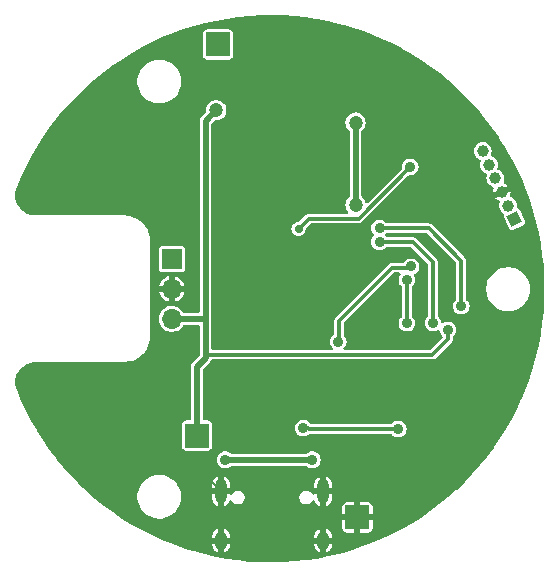
<source format=gbr>
%TF.GenerationSoftware,KiCad,Pcbnew,8.0.6*%
%TF.CreationDate,2024-12-26T12:17:47+03:00*%
%TF.ProjectId,Hall,48616c6c-2e6b-4696-9361-645f70636258,rev?*%
%TF.SameCoordinates,Original*%
%TF.FileFunction,Copper,L2,Bot*%
%TF.FilePolarity,Positive*%
%FSLAX46Y46*%
G04 Gerber Fmt 4.6, Leading zero omitted, Abs format (unit mm)*
G04 Created by KiCad (PCBNEW 8.0.6) date 2024-12-26 12:17:47*
%MOMM*%
%LPD*%
G01*
G04 APERTURE LIST*
G04 Aperture macros list*
%AMRoundRect*
0 Rectangle with rounded corners*
0 $1 Rounding radius*
0 $2 $3 $4 $5 $6 $7 $8 $9 X,Y pos of 4 corners*
0 Add a 4 corners polygon primitive as box body*
4,1,4,$2,$3,$4,$5,$6,$7,$8,$9,$2,$3,0*
0 Add four circle primitives for the rounded corners*
1,1,$1+$1,$2,$3*
1,1,$1+$1,$4,$5*
1,1,$1+$1,$6,$7*
1,1,$1+$1,$8,$9*
0 Add four rect primitives between the rounded corners*
20,1,$1+$1,$2,$3,$4,$5,0*
20,1,$1+$1,$4,$5,$6,$7,0*
20,1,$1+$1,$6,$7,$8,$9,0*
20,1,$1+$1,$8,$9,$2,$3,0*%
%AMHorizOval*
0 Thick line with rounded ends*
0 $1 width*
0 $2 $3 position (X,Y) of the first rounded end (center of the circle)*
0 $4 $5 position (X,Y) of the second rounded end (center of the circle)*
0 Add line between two ends*
20,1,$1,$2,$3,$4,$5,0*
0 Add two circle primitives to create the rounded ends*
1,1,$1,$2,$3*
1,1,$1,$4,$5*%
%AMRotRect*
0 Rectangle, with rotation*
0 The origin of the aperture is its center*
0 $1 length*
0 $2 width*
0 $3 Rotation angle, in degrees counterclockwise*
0 Add horizontal line*
21,1,$1,$2,0,0,$3*%
G04 Aperture macros list end*
%TA.AperFunction,ComponentPad*%
%ADD10O,1.000000X2.100000*%
%TD*%
%TA.AperFunction,ComponentPad*%
%ADD11O,1.000000X1.600000*%
%TD*%
%TA.AperFunction,ComponentPad*%
%ADD12R,1.700000X1.700000*%
%TD*%
%TA.AperFunction,ComponentPad*%
%ADD13O,1.700000X1.700000*%
%TD*%
%TA.AperFunction,ComponentPad*%
%ADD14RoundRect,0.250001X-0.799999X-0.799999X0.799999X-0.799999X0.799999X0.799999X-0.799999X0.799999X0*%
%TD*%
%TA.AperFunction,ComponentPad*%
%ADD15RotRect,1.000000X1.000000X25.000000*%
%TD*%
%TA.AperFunction,ComponentPad*%
%ADD16HorizOval,1.000000X0.000000X0.000000X0.000000X0.000000X0*%
%TD*%
%TA.AperFunction,ViaPad*%
%ADD17C,0.900000*%
%TD*%
%TA.AperFunction,ViaPad*%
%ADD18C,0.700000*%
%TD*%
%TA.AperFunction,ViaPad*%
%ADD19C,1.200000*%
%TD*%
%TA.AperFunction,Conductor*%
%ADD20C,0.500000*%
%TD*%
%TA.AperFunction,Conductor*%
%ADD21C,0.300000*%
%TD*%
%TA.AperFunction,Conductor*%
%ADD22C,0.200000*%
%TD*%
G04 APERTURE END LIST*
D10*
%TO.P,J6,S1,SHIELD*%
%TO.N,GND*%
X65680000Y-66165000D03*
D11*
X65680000Y-70345000D03*
D10*
X74320000Y-66165000D03*
D11*
X74320000Y-70345000D03*
%TD*%
D12*
%TO.P,J3,1,Pin_1*%
%TO.N,/ADCin*%
X61500000Y-46500000D03*
D13*
%TO.P,J3,2,Pin_2*%
%TO.N,GND*%
X61500000Y-49040000D03*
%TO.P,J3,3,Pin_3*%
%TO.N,/VBUS*%
X61500000Y-51580000D03*
%TD*%
D14*
%TO.P,J4,1,Pin_1*%
%TO.N,GND*%
X77216000Y-68376800D03*
%TD*%
%TO.P,J5,1,Pin_1*%
%TO.N,+3V3*%
X65405000Y-28321000D03*
%TD*%
%TO.P,J2,1,Pin_1*%
%TO.N,/VBUS*%
X63627000Y-61468000D03*
%TD*%
D15*
%TO.P,J1,1,Pin_1*%
%TO.N,/SWCLK*%
X90510175Y-43127834D03*
D16*
%TO.P,J1,2,Pin_2*%
%TO.N,/SWDIO*%
X89973450Y-41976823D03*
%TO.P,J1,3,Pin_3*%
%TO.N,GND*%
X89436725Y-40825812D03*
%TO.P,J1,4,Pin_4*%
%TO.N,+3V3*%
X88900000Y-39674800D03*
%TO.P,J1,5,Pin_5*%
%TO.N,/BOOT0*%
X88363274Y-38523790D03*
%TO.P,J1,6,Pin_6*%
%TO.N,/NRST*%
X87826549Y-37372780D03*
%TD*%
D17*
%TO.N,GND*%
X69850000Y-27051000D03*
X64516000Y-31877000D03*
X56261000Y-60198000D03*
X73152000Y-53467000D03*
D18*
X71374000Y-45212000D03*
D17*
X88011000Y-43561000D03*
X82753200Y-48006000D03*
%TO.N,/SWDIO*%
X81768414Y-47136586D03*
%TO.N,GND*%
X56134000Y-37211000D03*
X86461600Y-35814000D03*
X84328000Y-32969200D03*
X82346800Y-66548000D03*
X86360000Y-40843200D03*
X82448400Y-40843200D03*
X76962000Y-53797200D03*
X73964800Y-58775600D03*
X61671200Y-55168800D03*
X66598800Y-55626000D03*
X77927200Y-65582800D03*
X66598800Y-53695600D03*
X82194400Y-60604400D03*
%TO.N,/VBUS*%
X66040000Y-63500000D03*
X84886800Y-52500000D03*
X73406000Y-63500000D03*
D19*
X65278000Y-33909000D03*
%TO.N,+3V3*%
X77063600Y-41910000D03*
X77063600Y-34950400D03*
D17*
%TO.N,/CANH*%
X80670400Y-60909200D03*
X72644000Y-60833000D03*
D18*
%TO.N,/NRST*%
X72237600Y-43942000D03*
D17*
X81686400Y-38709600D03*
%TO.N,/SWDIO*%
X75590400Y-53492400D03*
%TO.N,/USB_PU*%
X81407000Y-48262800D03*
X81407000Y-51943000D03*
%TO.N,/CANTX*%
X86004400Y-50500000D03*
X79095600Y-43891200D03*
%TO.N,/CANRX*%
X79095600Y-45059600D03*
X83616800Y-51917600D03*
%TO.N,GND*%
X78232000Y-47244000D03*
%TD*%
D20*
%TO.N,GND*%
X71755000Y-28956000D02*
X69850000Y-27051000D01*
X71755000Y-31877000D02*
X71755000Y-28956000D01*
D21*
X64516000Y-31877000D02*
X71755000Y-31877000D01*
X71755000Y-31877000D02*
X83235800Y-31877000D01*
X83235800Y-31877000D02*
X84328000Y-32969200D01*
D20*
%TO.N,/VBUS*%
X64363600Y-54610000D02*
X64363600Y-54889400D01*
X64363600Y-54889400D02*
X63627000Y-55626000D01*
X63627000Y-55626000D02*
X63627000Y-61468000D01*
D22*
%TO.N,GND*%
X56261000Y-60198000D02*
X56769000Y-60198000D01*
X56769000Y-60198000D02*
X61671200Y-55295800D01*
X61671200Y-55295800D02*
X61671200Y-55168800D01*
X73152000Y-53467000D02*
X66827400Y-53467000D01*
X66827400Y-53467000D02*
X66598800Y-53695600D01*
D21*
X73406000Y-47244000D02*
X71374000Y-45212000D01*
X78232000Y-47244000D02*
X73406000Y-47244000D01*
X86360000Y-41910000D02*
X88011000Y-43561000D01*
X86360000Y-40843200D02*
X86360000Y-41910000D01*
X82753200Y-46990000D02*
X82753200Y-48006000D01*
X82753200Y-48006000D02*
X82753200Y-52755800D01*
%TO.N,/SWDIO*%
X81661000Y-47244000D02*
X81768414Y-47136586D01*
X80162400Y-47244000D02*
X81661000Y-47244000D01*
%TO.N,/USB_PU*%
X81407000Y-51943000D02*
X81407000Y-48262800D01*
%TO.N,GND*%
X56134000Y-37211000D02*
X60198000Y-37211000D01*
X60198000Y-37211000D02*
X63373000Y-40386000D01*
X63373000Y-40386000D02*
X63373000Y-48514000D01*
X62847000Y-49040000D02*
X61500000Y-49040000D01*
X63373000Y-48514000D02*
X62847000Y-49040000D01*
X82448400Y-40843200D02*
X80721200Y-40843200D01*
D22*
X61671200Y-61417200D02*
X61671200Y-55168800D01*
D21*
X77805225Y-46004425D02*
X78130400Y-46329600D01*
X82092800Y-46329600D02*
X82753200Y-46990000D01*
X86360000Y-40843200D02*
X82448400Y-40843200D01*
X80721200Y-40843200D02*
X77805225Y-43759175D01*
X77927200Y-65582800D02*
X78892400Y-66548000D01*
X73964800Y-58775600D02*
X66598800Y-58775600D01*
X84328000Y-33680400D02*
X86461600Y-35814000D01*
X81711800Y-53797200D02*
X76962000Y-53797200D01*
X73964800Y-58775600D02*
X80365600Y-58775600D01*
X78130400Y-46329600D02*
X82092800Y-46329600D01*
D22*
X65680000Y-66165000D02*
X61671200Y-62156200D01*
D21*
X82194400Y-60604400D02*
X82194400Y-66395600D01*
X82753200Y-52755800D02*
X81711800Y-53797200D01*
X77805225Y-43759175D02*
X77805225Y-46004425D01*
X84328000Y-32969200D02*
X84328000Y-33680400D01*
X82194400Y-66395600D02*
X82346800Y-66548000D01*
X80365600Y-58775600D02*
X82194400Y-60604400D01*
D22*
X61671200Y-62156200D02*
X61671200Y-61417200D01*
D21*
X66598800Y-58775600D02*
X66598800Y-55626000D01*
X78892400Y-66548000D02*
X82346800Y-66548000D01*
D20*
%TO.N,/VBUS*%
X64363600Y-34823400D02*
X65278000Y-33909000D01*
X64363600Y-51612800D02*
X64363600Y-34823400D01*
D21*
X83566000Y-54610000D02*
X64363600Y-54610000D01*
X84886800Y-52500000D02*
X84886800Y-53289200D01*
D20*
X67564000Y-63500000D02*
X66040000Y-63500000D01*
D21*
X84886800Y-53289200D02*
X83566000Y-54610000D01*
D20*
X73406000Y-63500000D02*
X67564000Y-63500000D01*
X64330800Y-51580000D02*
X64363600Y-51612800D01*
X64363600Y-54610000D02*
X64363600Y-51612800D01*
X61500000Y-51580000D02*
X64330800Y-51580000D01*
%TO.N,+3V3*%
X77063600Y-41910000D02*
X77063600Y-34950400D01*
D21*
%TO.N,/CANH*%
X73583800Y-60909200D02*
X80670400Y-60909200D01*
X72644000Y-60833000D02*
X73583800Y-60909200D01*
%TO.N,/NRST*%
X73098400Y-43081200D02*
X76911200Y-43081200D01*
X72237600Y-43942000D02*
X73098400Y-43081200D01*
X77314800Y-43081200D02*
X76911200Y-43081200D01*
X81686400Y-38709600D02*
X77314800Y-43081200D01*
%TO.N,/SWDIO*%
X75590400Y-53492400D02*
X75666600Y-53416200D01*
X75666600Y-53416200D02*
X75666600Y-51739800D01*
X75666600Y-51739800D02*
X80162400Y-47244000D01*
%TO.N,/CANTX*%
X86004400Y-46634400D02*
X83261200Y-43891200D01*
X83261200Y-43891200D02*
X79095600Y-43891200D01*
X86004400Y-50500000D02*
X86004400Y-46634400D01*
%TO.N,/CANRX*%
X83616800Y-51917600D02*
X83616800Y-46786800D01*
X83616800Y-46786800D02*
X81889600Y-45059600D01*
X81889600Y-45059600D02*
X79095600Y-45059600D01*
%TD*%
%TA.AperFunction,Conductor*%
%TO.N,GND*%
G36*
X70002302Y-25852463D02*
G01*
X70952003Y-25876790D01*
X70957062Y-25877023D01*
X71904957Y-25940463D01*
X71909986Y-25940904D01*
X72854472Y-26043350D01*
X72859518Y-26044003D01*
X73595864Y-26154737D01*
X73798926Y-26185274D01*
X73803963Y-26186138D01*
X74736753Y-26365998D01*
X74741752Y-26367069D01*
X75666318Y-26585209D01*
X75671244Y-26586478D01*
X76415841Y-26794892D01*
X76586090Y-26842545D01*
X76590977Y-26844022D01*
X77494461Y-27137559D01*
X77499273Y-27139233D01*
X78389939Y-27469766D01*
X78394627Y-27471617D01*
X79270901Y-27838564D01*
X79275529Y-27840615D01*
X80135972Y-28243374D01*
X80140491Y-28245604D01*
X80983581Y-28683464D01*
X80988050Y-28685903D01*
X81812357Y-29158117D01*
X81816731Y-29160744D01*
X81924427Y-29228481D01*
X82620860Y-29666512D01*
X82625129Y-29669321D01*
X83407743Y-30207801D01*
X83411893Y-30210784D01*
X84171665Y-30781064D01*
X84175688Y-30784216D01*
X84911282Y-31385291D01*
X84915172Y-31388605D01*
X85625414Y-32019518D01*
X85629164Y-32022991D01*
X86312760Y-32682591D01*
X86316364Y-32686214D01*
X86972256Y-33373480D01*
X86975671Y-33377209D01*
X87602678Y-34090911D01*
X87605948Y-34094792D01*
X88055544Y-34651214D01*
X88203002Y-34833709D01*
X88206129Y-34837746D01*
X88635615Y-35416536D01*
X88772222Y-35600631D01*
X88775178Y-35604792D01*
X89181023Y-36201630D01*
X89309356Y-36390356D01*
X89312133Y-36394627D01*
X89716277Y-37045082D01*
X89813482Y-37201530D01*
X89816089Y-37205925D01*
X90244430Y-37963257D01*
X90283767Y-38032806D01*
X90286191Y-38037306D01*
X90719382Y-38882728D01*
X90721619Y-38887323D01*
X91119627Y-39749920D01*
X91121672Y-39754604D01*
X91483788Y-40632849D01*
X91485638Y-40637613D01*
X91811250Y-41530011D01*
X91812903Y-41534847D01*
X92101481Y-42439954D01*
X92102932Y-42444854D01*
X92353955Y-43361029D01*
X92355204Y-43365985D01*
X92568269Y-44291766D01*
X92569312Y-44296769D01*
X92744042Y-45230505D01*
X92744879Y-45235547D01*
X92880992Y-46175749D01*
X92881619Y-46180820D01*
X92978868Y-47125757D01*
X92979287Y-47130851D01*
X93037519Y-48079052D01*
X93037727Y-48084159D01*
X93056836Y-49033943D01*
X93056833Y-49039053D01*
X93036790Y-49988795D01*
X93036577Y-49993901D01*
X92977416Y-50942016D01*
X92976993Y-50947110D01*
X92878811Y-51892004D01*
X92878178Y-51897075D01*
X92741147Y-52837096D01*
X92740306Y-52842137D01*
X92564654Y-53775723D01*
X92563606Y-53780725D01*
X92349631Y-54706296D01*
X92348377Y-54711251D01*
X92096446Y-55627209D01*
X92094989Y-55632107D01*
X91805538Y-56536879D01*
X91803881Y-56541714D01*
X91477383Y-57433820D01*
X91475528Y-57438582D01*
X91112556Y-58316450D01*
X91110507Y-58321132D01*
X90711652Y-59183337D01*
X90709411Y-59187930D01*
X90275373Y-60032956D01*
X90272944Y-60037453D01*
X89804471Y-60863845D01*
X89801860Y-60868238D01*
X89299720Y-61674644D01*
X89296930Y-61678926D01*
X88761973Y-62463977D01*
X88759008Y-62468140D01*
X88192181Y-63230449D01*
X88189048Y-63234486D01*
X87591281Y-63972800D01*
X87587984Y-63976705D01*
X86960302Y-64689758D01*
X86956847Y-64693524D01*
X86300300Y-65380125D01*
X86296692Y-65383745D01*
X85612448Y-66042674D01*
X85608695Y-66046143D01*
X84897832Y-66676357D01*
X84893939Y-66679667D01*
X84157744Y-67280029D01*
X84153717Y-67283177D01*
X83393408Y-67852692D01*
X83389256Y-67855671D01*
X82606101Y-68393390D01*
X82601829Y-68396195D01*
X81797205Y-68901171D01*
X81792821Y-68903798D01*
X80968058Y-69375198D01*
X80963569Y-69377642D01*
X80120099Y-69814648D01*
X80115514Y-69816905D01*
X79254739Y-70218788D01*
X79250065Y-70220854D01*
X78373466Y-70586925D01*
X78368710Y-70588797D01*
X77477782Y-70918433D01*
X77472953Y-70920108D01*
X76569156Y-71212763D01*
X76564263Y-71214236D01*
X75649222Y-71469389D01*
X75644272Y-71470660D01*
X74719474Y-71687895D01*
X74714475Y-71688961D01*
X73781513Y-71867903D01*
X73776475Y-71868762D01*
X72836944Y-72009106D01*
X72831876Y-72009757D01*
X71887330Y-72111272D01*
X71882238Y-72111713D01*
X70934335Y-72174218D01*
X70929229Y-72174449D01*
X69979565Y-72197840D01*
X69974455Y-72197861D01*
X69024608Y-72182101D01*
X69019501Y-72181911D01*
X68071104Y-72127023D01*
X68066009Y-72126622D01*
X67120737Y-72032707D01*
X67115662Y-72032098D01*
X66174983Y-71899300D01*
X66169939Y-71898481D01*
X65235578Y-71727042D01*
X65230571Y-71726016D01*
X64304068Y-71516221D01*
X64299108Y-71514990D01*
X63382035Y-71267196D01*
X63377143Y-71265766D01*
X62924156Y-71123096D01*
X62471018Y-70980378D01*
X62466177Y-70978742D01*
X61572645Y-70656283D01*
X61567874Y-70654450D01*
X60688337Y-70295424D01*
X60683646Y-70293395D01*
X59978671Y-69971126D01*
X64930000Y-69971126D01*
X64930000Y-70095000D01*
X65380000Y-70095000D01*
X65380000Y-70595000D01*
X64930000Y-70595000D01*
X64930000Y-70718873D01*
X64958820Y-70863759D01*
X64958822Y-70863767D01*
X65015357Y-71000254D01*
X65015362Y-71000264D01*
X65097436Y-71123096D01*
X65097439Y-71123100D01*
X65201899Y-71227560D01*
X65201907Y-71227566D01*
X65324739Y-71309640D01*
X65324743Y-71309642D01*
X65429999Y-71353240D01*
X65430000Y-71353240D01*
X65430000Y-70811988D01*
X65439940Y-70829205D01*
X65495795Y-70885060D01*
X65564204Y-70924556D01*
X65640504Y-70945000D01*
X65719496Y-70945000D01*
X65795796Y-70924556D01*
X65864205Y-70885060D01*
X65920060Y-70829205D01*
X65930000Y-70811988D01*
X65930000Y-71353240D01*
X66035256Y-71309642D01*
X66035260Y-71309640D01*
X66158092Y-71227566D01*
X66158100Y-71227560D01*
X66262560Y-71123100D01*
X66262563Y-71123096D01*
X66344637Y-71000264D01*
X66344642Y-71000254D01*
X66401177Y-70863767D01*
X66401179Y-70863759D01*
X66429999Y-70718873D01*
X66430000Y-70718871D01*
X66430000Y-70595000D01*
X65980000Y-70595000D01*
X65980000Y-70095000D01*
X66430000Y-70095000D01*
X66430000Y-69971128D01*
X66429999Y-69971126D01*
X73570000Y-69971126D01*
X73570000Y-70095000D01*
X74020000Y-70095000D01*
X74020000Y-70595000D01*
X73570000Y-70595000D01*
X73570000Y-70718873D01*
X73598820Y-70863759D01*
X73598822Y-70863767D01*
X73655357Y-71000254D01*
X73655362Y-71000264D01*
X73737436Y-71123096D01*
X73737439Y-71123100D01*
X73841899Y-71227560D01*
X73841907Y-71227566D01*
X73964739Y-71309640D01*
X73964743Y-71309642D01*
X74069999Y-71353240D01*
X74070000Y-71353240D01*
X74070000Y-70811988D01*
X74079940Y-70829205D01*
X74135795Y-70885060D01*
X74204204Y-70924556D01*
X74280504Y-70945000D01*
X74359496Y-70945000D01*
X74435796Y-70924556D01*
X74504205Y-70885060D01*
X74560060Y-70829205D01*
X74570000Y-70811988D01*
X74570000Y-71353240D01*
X74675256Y-71309642D01*
X74675260Y-71309640D01*
X74798092Y-71227566D01*
X74798100Y-71227560D01*
X74902560Y-71123100D01*
X74902563Y-71123096D01*
X74984637Y-71000264D01*
X74984642Y-71000254D01*
X75041177Y-70863767D01*
X75041179Y-70863759D01*
X75069999Y-70718873D01*
X75070000Y-70718871D01*
X75070000Y-70595000D01*
X74620000Y-70595000D01*
X74620000Y-70095000D01*
X75070000Y-70095000D01*
X75070000Y-69971128D01*
X75069999Y-69971126D01*
X75041179Y-69826240D01*
X75041177Y-69826232D01*
X74984642Y-69689745D01*
X74984637Y-69689735D01*
X74902563Y-69566903D01*
X74902560Y-69566899D01*
X74798100Y-69462439D01*
X74798096Y-69462436D01*
X74675264Y-69380362D01*
X74675254Y-69380357D01*
X74570000Y-69336759D01*
X74570000Y-69878011D01*
X74560060Y-69860795D01*
X74504205Y-69804940D01*
X74435796Y-69765444D01*
X74359496Y-69745000D01*
X74280504Y-69745000D01*
X74204204Y-69765444D01*
X74135795Y-69804940D01*
X74079940Y-69860795D01*
X74070000Y-69878011D01*
X74070000Y-69336759D01*
X74069999Y-69336759D01*
X73964745Y-69380357D01*
X73964735Y-69380362D01*
X73841903Y-69462436D01*
X73841899Y-69462439D01*
X73737439Y-69566899D01*
X73737436Y-69566903D01*
X73655362Y-69689735D01*
X73655357Y-69689745D01*
X73598822Y-69826232D01*
X73598820Y-69826240D01*
X73570000Y-69971126D01*
X66429999Y-69971126D01*
X66401179Y-69826240D01*
X66401177Y-69826232D01*
X66344642Y-69689745D01*
X66344637Y-69689735D01*
X66262563Y-69566903D01*
X66262560Y-69566899D01*
X66158100Y-69462439D01*
X66158096Y-69462436D01*
X66035264Y-69380362D01*
X66035254Y-69380357D01*
X65930000Y-69336759D01*
X65930000Y-69878011D01*
X65920060Y-69860795D01*
X65864205Y-69804940D01*
X65795796Y-69765444D01*
X65719496Y-69745000D01*
X65640504Y-69745000D01*
X65564204Y-69765444D01*
X65495795Y-69804940D01*
X65439940Y-69860795D01*
X65430000Y-69878011D01*
X65430000Y-69336759D01*
X65429999Y-69336759D01*
X65324745Y-69380357D01*
X65324735Y-69380362D01*
X65201903Y-69462436D01*
X65201899Y-69462439D01*
X65097439Y-69566899D01*
X65097436Y-69566903D01*
X65015362Y-69689735D01*
X65015357Y-69689745D01*
X64958822Y-69826232D01*
X64958820Y-69826240D01*
X64930000Y-69971126D01*
X59978671Y-69971126D01*
X59819681Y-69898446D01*
X59815078Y-69896226D01*
X58968113Y-69466007D01*
X58963605Y-69463599D01*
X58135083Y-68998842D01*
X58130678Y-68996250D01*
X57322016Y-68497751D01*
X57317722Y-68494980D01*
X56530294Y-67963586D01*
X56526118Y-67960641D01*
X55761253Y-67397251D01*
X55757201Y-67394136D01*
X55459743Y-67155515D01*
X55016178Y-66799687D01*
X55012265Y-66796413D01*
X54685666Y-66511520D01*
X58594419Y-66511520D01*
X58594419Y-66754097D01*
X58624472Y-66982381D01*
X58626081Y-66994598D01*
X58646352Y-67070251D01*
X58688866Y-67228913D01*
X58781692Y-67453014D01*
X58781696Y-67453023D01*
X58803893Y-67491470D01*
X58902983Y-67663098D01*
X58902985Y-67663101D01*
X58902986Y-67663102D01*
X59050652Y-67855545D01*
X59050658Y-67855552D01*
X59222175Y-68027069D01*
X59222182Y-68027075D01*
X59237843Y-68039092D01*
X59414630Y-68174745D01*
X59624707Y-68296033D01*
X59848819Y-68388863D01*
X60083130Y-68451647D01*
X60263505Y-68475393D01*
X60323630Y-68483309D01*
X60323631Y-68483309D01*
X60566208Y-68483309D01*
X60614307Y-68476976D01*
X60806708Y-68451647D01*
X61041019Y-68388863D01*
X61265131Y-68296033D01*
X61475208Y-68174745D01*
X61667657Y-68027074D01*
X61839184Y-67855547D01*
X61986855Y-67663098D01*
X62064302Y-67528956D01*
X75916000Y-67528956D01*
X75916000Y-68126800D01*
X76725252Y-68126800D01*
X76703482Y-68164508D01*
X76666000Y-68304391D01*
X76666000Y-68449209D01*
X76703482Y-68589092D01*
X76725252Y-68626800D01*
X75916001Y-68626800D01*
X75916001Y-69224630D01*
X75922402Y-69284177D01*
X75972647Y-69418887D01*
X76058811Y-69533988D01*
X76173909Y-69620150D01*
X76308629Y-69670398D01*
X76308628Y-69670398D01*
X76368164Y-69676799D01*
X76965999Y-69676799D01*
X76966000Y-69676798D01*
X76966000Y-68867547D01*
X77003708Y-68889318D01*
X77143591Y-68926800D01*
X77288409Y-68926800D01*
X77428292Y-68889318D01*
X77466000Y-68867547D01*
X77466000Y-69676799D01*
X78063823Y-69676799D01*
X78063830Y-69676798D01*
X78123377Y-69670397D01*
X78258087Y-69620152D01*
X78373188Y-69533988D01*
X78459350Y-69418890D01*
X78509598Y-69284171D01*
X78515999Y-69224643D01*
X78516000Y-69224626D01*
X78516000Y-68626800D01*
X77706748Y-68626800D01*
X77728518Y-68589092D01*
X77766000Y-68449209D01*
X77766000Y-68304391D01*
X77728518Y-68164508D01*
X77706748Y-68126800D01*
X78515999Y-68126800D01*
X78515999Y-67528976D01*
X78515998Y-67528969D01*
X78509597Y-67469422D01*
X78459352Y-67334712D01*
X78373188Y-67219611D01*
X78258090Y-67133449D01*
X78123370Y-67083201D01*
X78123371Y-67083201D01*
X78063843Y-67076800D01*
X77466000Y-67076800D01*
X77466000Y-67886052D01*
X77428292Y-67864282D01*
X77288409Y-67826800D01*
X77143591Y-67826800D01*
X77003708Y-67864282D01*
X76966000Y-67886052D01*
X76966000Y-67076800D01*
X76368176Y-67076800D01*
X76368169Y-67076801D01*
X76308622Y-67083202D01*
X76173912Y-67133447D01*
X76058811Y-67219611D01*
X75972649Y-67334709D01*
X75922401Y-67469428D01*
X75916000Y-67528956D01*
X62064302Y-67528956D01*
X62108143Y-67453021D01*
X62200973Y-67228909D01*
X62263757Y-66994598D01*
X62295419Y-66754097D01*
X62295419Y-66511521D01*
X62263757Y-66271020D01*
X62200973Y-66036709D01*
X62108143Y-65812597D01*
X61986855Y-65602520D01*
X61939746Y-65541126D01*
X64930000Y-65541126D01*
X64930000Y-65915000D01*
X65380000Y-65915000D01*
X65380000Y-66415000D01*
X64930000Y-66415000D01*
X64930000Y-66788873D01*
X64958820Y-66933759D01*
X64958822Y-66933767D01*
X65015357Y-67070254D01*
X65015362Y-67070264D01*
X65097436Y-67193096D01*
X65097439Y-67193100D01*
X65201899Y-67297560D01*
X65201907Y-67297566D01*
X65324739Y-67379640D01*
X65324743Y-67379642D01*
X65429999Y-67423240D01*
X65430000Y-67423240D01*
X65430000Y-66881988D01*
X65439940Y-66899205D01*
X65495795Y-66955060D01*
X65564204Y-66994556D01*
X65640504Y-67015000D01*
X65719496Y-67015000D01*
X65795796Y-66994556D01*
X65864205Y-66955060D01*
X65920060Y-66899205D01*
X65930000Y-66881988D01*
X65930000Y-67423240D01*
X66035256Y-67379642D01*
X66035260Y-67379640D01*
X66158092Y-67297566D01*
X66158100Y-67297560D01*
X66262560Y-67193100D01*
X66262563Y-67193096D01*
X66344637Y-67070264D01*
X66344644Y-67070251D01*
X66381041Y-66982381D01*
X66424882Y-66927977D01*
X66491176Y-66905912D01*
X66558875Y-66923191D01*
X66602989Y-66967832D01*
X66649485Y-67048365D01*
X66756635Y-67155515D01*
X66867652Y-67219611D01*
X66883763Y-67228913D01*
X66887865Y-67231281D01*
X67034234Y-67270500D01*
X67034236Y-67270500D01*
X67185764Y-67270500D01*
X67185766Y-67270500D01*
X67332135Y-67231281D01*
X67463365Y-67155515D01*
X67570515Y-67048365D01*
X67646281Y-66917135D01*
X67685500Y-66770766D01*
X67685500Y-66619234D01*
X72314500Y-66619234D01*
X72314500Y-66770765D01*
X72353719Y-66917136D01*
X72391388Y-66982380D01*
X72429485Y-67048365D01*
X72536635Y-67155515D01*
X72647652Y-67219611D01*
X72663763Y-67228913D01*
X72667865Y-67231281D01*
X72814234Y-67270500D01*
X72814236Y-67270500D01*
X72965764Y-67270500D01*
X72965766Y-67270500D01*
X73112135Y-67231281D01*
X73243365Y-67155515D01*
X73350515Y-67048365D01*
X73397010Y-66967832D01*
X73447577Y-66919617D01*
X73516184Y-66906394D01*
X73581049Y-66932362D01*
X73618958Y-66982380D01*
X73655357Y-67070254D01*
X73655362Y-67070264D01*
X73737436Y-67193096D01*
X73737439Y-67193100D01*
X73841899Y-67297560D01*
X73841907Y-67297566D01*
X73964739Y-67379640D01*
X73964743Y-67379642D01*
X74069999Y-67423240D01*
X74070000Y-67423240D01*
X74070000Y-66881988D01*
X74079940Y-66899205D01*
X74135795Y-66955060D01*
X74204204Y-66994556D01*
X74280504Y-67015000D01*
X74359496Y-67015000D01*
X74435796Y-66994556D01*
X74504205Y-66955060D01*
X74560060Y-66899205D01*
X74570000Y-66881988D01*
X74570000Y-67423240D01*
X74675256Y-67379642D01*
X74675260Y-67379640D01*
X74798092Y-67297566D01*
X74798100Y-67297560D01*
X74902560Y-67193100D01*
X74902563Y-67193096D01*
X74984637Y-67070264D01*
X74984642Y-67070254D01*
X75041177Y-66933767D01*
X75041179Y-66933759D01*
X75069999Y-66788873D01*
X75070000Y-66788871D01*
X75070000Y-66415000D01*
X74620000Y-66415000D01*
X74620000Y-65915000D01*
X75070000Y-65915000D01*
X75070000Y-65541128D01*
X75069999Y-65541126D01*
X75041179Y-65396240D01*
X75041177Y-65396232D01*
X74984642Y-65259745D01*
X74984637Y-65259735D01*
X74902563Y-65136903D01*
X74902560Y-65136899D01*
X74798100Y-65032439D01*
X74798096Y-65032436D01*
X74675264Y-64950362D01*
X74675254Y-64950357D01*
X74570000Y-64906759D01*
X74570000Y-65448011D01*
X74560060Y-65430795D01*
X74504205Y-65374940D01*
X74435796Y-65335444D01*
X74359496Y-65315000D01*
X74280504Y-65315000D01*
X74204204Y-65335444D01*
X74135795Y-65374940D01*
X74079940Y-65430795D01*
X74070000Y-65448011D01*
X74070000Y-64906759D01*
X73964745Y-64950357D01*
X73964735Y-64950362D01*
X73841903Y-65032436D01*
X73841899Y-65032439D01*
X73737439Y-65136899D01*
X73737436Y-65136903D01*
X73655362Y-65259735D01*
X73655357Y-65259745D01*
X73598822Y-65396232D01*
X73598820Y-65396240D01*
X73570000Y-65541126D01*
X73570000Y-65915000D01*
X74020000Y-65915000D01*
X74020000Y-66415000D01*
X73568360Y-66415000D01*
X73510648Y-66446512D01*
X73440957Y-66441526D01*
X73385024Y-66399654D01*
X73376913Y-66387358D01*
X73350515Y-66341635D01*
X73243365Y-66234485D01*
X73135059Y-66171954D01*
X73112136Y-66158719D01*
X73038950Y-66139109D01*
X72965766Y-66119500D01*
X72814234Y-66119500D01*
X72667863Y-66158719D01*
X72536635Y-66234485D01*
X72536632Y-66234487D01*
X72429487Y-66341632D01*
X72429485Y-66341635D01*
X72353719Y-66472863D01*
X72314500Y-66619234D01*
X67685500Y-66619234D01*
X67646281Y-66472865D01*
X67570515Y-66341635D01*
X67463365Y-66234485D01*
X67355059Y-66171954D01*
X67332136Y-66158719D01*
X67258950Y-66139109D01*
X67185766Y-66119500D01*
X67034234Y-66119500D01*
X66887863Y-66158719D01*
X66756635Y-66234485D01*
X66756632Y-66234487D01*
X66649487Y-66341632D01*
X66649485Y-66341635D01*
X66623094Y-66387346D01*
X66572527Y-66435561D01*
X66503919Y-66448783D01*
X66439055Y-66422815D01*
X66430250Y-66415000D01*
X65980000Y-66415000D01*
X65980000Y-65915000D01*
X66430000Y-65915000D01*
X66430000Y-65541128D01*
X66429999Y-65541126D01*
X66401179Y-65396240D01*
X66401177Y-65396232D01*
X66344642Y-65259745D01*
X66344637Y-65259735D01*
X66262563Y-65136903D01*
X66262560Y-65136899D01*
X66158100Y-65032439D01*
X66158096Y-65032436D01*
X66035264Y-64950362D01*
X66035254Y-64950357D01*
X65930000Y-64906759D01*
X65930000Y-65448011D01*
X65920060Y-65430795D01*
X65864205Y-65374940D01*
X65795796Y-65335444D01*
X65719496Y-65315000D01*
X65640504Y-65315000D01*
X65564204Y-65335444D01*
X65495795Y-65374940D01*
X65439940Y-65430795D01*
X65430000Y-65448011D01*
X65430000Y-64906759D01*
X65429999Y-64906759D01*
X65324745Y-64950357D01*
X65324735Y-64950362D01*
X65201903Y-65032436D01*
X65201899Y-65032439D01*
X65097439Y-65136899D01*
X65097436Y-65136903D01*
X65015362Y-65259735D01*
X65015357Y-65259745D01*
X64958822Y-65396232D01*
X64958820Y-65396240D01*
X64930000Y-65541126D01*
X61939746Y-65541126D01*
X61839184Y-65410071D01*
X61839179Y-65410065D01*
X61667662Y-65238548D01*
X61667655Y-65238542D01*
X61475212Y-65090876D01*
X61475211Y-65090875D01*
X61475208Y-65090873D01*
X61265131Y-64969585D01*
X61265124Y-64969582D01*
X61041023Y-64876756D01*
X60867320Y-64830212D01*
X60806708Y-64813971D01*
X60806707Y-64813970D01*
X60806704Y-64813970D01*
X60566208Y-64782309D01*
X60566207Y-64782309D01*
X60323631Y-64782309D01*
X60323630Y-64782309D01*
X60083133Y-64813970D01*
X59848814Y-64876756D01*
X59624713Y-64969582D01*
X59624704Y-64969586D01*
X59414625Y-65090876D01*
X59222182Y-65238542D01*
X59222175Y-65238548D01*
X59050658Y-65410065D01*
X59050652Y-65410072D01*
X58902986Y-65602515D01*
X58781696Y-65812594D01*
X58781692Y-65812603D01*
X58688866Y-66036704D01*
X58626080Y-66271023D01*
X58594419Y-66511520D01*
X54685666Y-66511520D01*
X54296370Y-66171936D01*
X54292627Y-66168533D01*
X53603043Y-65515060D01*
X53599452Y-65511513D01*
X52937409Y-64830211D01*
X52933924Y-64826474D01*
X52922738Y-64813971D01*
X52300512Y-64118462D01*
X52297208Y-64114612D01*
X51791366Y-63500000D01*
X65334355Y-63500000D01*
X65354859Y-63668869D01*
X65354860Y-63668874D01*
X65415182Y-63827931D01*
X65477475Y-63918177D01*
X65511817Y-63967929D01*
X65582537Y-64030581D01*
X65639150Y-64080736D01*
X65789773Y-64159789D01*
X65789775Y-64159790D01*
X65954944Y-64200500D01*
X66125056Y-64200500D01*
X66290225Y-64159790D01*
X66440852Y-64080734D01*
X66496218Y-64031683D01*
X66559451Y-64001963D01*
X66578445Y-64000500D01*
X67498108Y-64000500D01*
X72867555Y-64000500D01*
X72934594Y-64020185D01*
X72949779Y-64031682D01*
X73005148Y-64080734D01*
X73155775Y-64159790D01*
X73320944Y-64200500D01*
X73491056Y-64200500D01*
X73656225Y-64159790D01*
X73742330Y-64114598D01*
X73806849Y-64080736D01*
X73806850Y-64080734D01*
X73806852Y-64080734D01*
X73934183Y-63967929D01*
X74030818Y-63827930D01*
X74091140Y-63668872D01*
X74111645Y-63500000D01*
X74091140Y-63331128D01*
X74030818Y-63172070D01*
X73934183Y-63032071D01*
X73806852Y-62919266D01*
X73806849Y-62919263D01*
X73656226Y-62840210D01*
X73491056Y-62799500D01*
X73320944Y-62799500D01*
X73155773Y-62840210D01*
X73005150Y-62919264D01*
X72949782Y-62968316D01*
X72886549Y-62998037D01*
X72867555Y-62999500D01*
X66578445Y-62999500D01*
X66511406Y-62979815D01*
X66496218Y-62968316D01*
X66440852Y-62919266D01*
X66440850Y-62919265D01*
X66440849Y-62919264D01*
X66290226Y-62840210D01*
X66125056Y-62799500D01*
X65954944Y-62799500D01*
X65789773Y-62840210D01*
X65639150Y-62919263D01*
X65511816Y-63032072D01*
X65415182Y-63172068D01*
X65354860Y-63331125D01*
X65354859Y-63331130D01*
X65334355Y-63500000D01*
X51791366Y-63500000D01*
X51693521Y-63381116D01*
X51690355Y-63377104D01*
X51284398Y-62840210D01*
X51117395Y-62619341D01*
X51114402Y-62615208D01*
X51011015Y-62466077D01*
X50573179Y-61834516D01*
X50570356Y-61830259D01*
X50061743Y-61027898D01*
X50059096Y-61023526D01*
X49583989Y-60200908D01*
X49581525Y-60196431D01*
X49140720Y-59354938D01*
X49138442Y-59350363D01*
X48732671Y-58491387D01*
X48730590Y-58486736D01*
X48361861Y-57614850D01*
X48357952Y-57604289D01*
X48305031Y-57438582D01*
X48288226Y-57385960D01*
X48284133Y-57369199D01*
X48245903Y-57146321D01*
X48244176Y-57129155D01*
X48237252Y-56903110D01*
X48237924Y-56885891D01*
X48262441Y-56661079D01*
X48265500Y-56644104D01*
X48292637Y-56536879D01*
X48320986Y-56424863D01*
X48326367Y-56408492D01*
X48411746Y-56199079D01*
X48419344Y-56183615D01*
X48532969Y-55988071D01*
X48542647Y-55973804D01*
X48682306Y-55795934D01*
X48693872Y-55783147D01*
X48856866Y-55626387D01*
X48870096Y-55615326D01*
X49053271Y-55482706D01*
X49067912Y-55473588D01*
X49092541Y-55460532D01*
X49267721Y-55367677D01*
X49283470Y-55360685D01*
X49496071Y-55283525D01*
X49512632Y-55278790D01*
X49733862Y-55231890D01*
X49750944Y-55229496D01*
X49980183Y-55213504D01*
X49988762Y-55213204D01*
X50029330Y-55213204D01*
X57447976Y-55213204D01*
X57497807Y-55213204D01*
X57510213Y-55213204D01*
X57510466Y-55213178D01*
X57584106Y-55213179D01*
X57854380Y-55180364D01*
X58118729Y-55115211D01*
X58373296Y-55018669D01*
X58614371Y-54892146D01*
X58838437Y-54737486D01*
X59042227Y-54556947D01*
X59222769Y-54353159D01*
X59377431Y-54129095D01*
X59503957Y-53888022D01*
X59600503Y-53633456D01*
X59665659Y-53369108D01*
X59698477Y-53098834D01*
X59698478Y-52962705D01*
X59698478Y-52918535D01*
X59698478Y-52918534D01*
X59698478Y-51579999D01*
X60394785Y-51579999D01*
X60394785Y-51580000D01*
X60413602Y-51783082D01*
X60469417Y-51979247D01*
X60469422Y-51979260D01*
X60560327Y-52161821D01*
X60683237Y-52324581D01*
X60833958Y-52461980D01*
X60833960Y-52461982D01*
X60892671Y-52498334D01*
X61007363Y-52569348D01*
X61197544Y-52643024D01*
X61398024Y-52680500D01*
X61398026Y-52680500D01*
X61601974Y-52680500D01*
X61601976Y-52680500D01*
X61802456Y-52643024D01*
X61992637Y-52569348D01*
X62166041Y-52461981D01*
X62309580Y-52331128D01*
X62316762Y-52324581D01*
X62357278Y-52270930D01*
X62439673Y-52161821D01*
X62445945Y-52149226D01*
X62493449Y-52097990D01*
X62556944Y-52080500D01*
X63739100Y-52080500D01*
X63806139Y-52100185D01*
X63851894Y-52152989D01*
X63863100Y-52204500D01*
X63863100Y-54630724D01*
X63843415Y-54697763D01*
X63826781Y-54718405D01*
X63226502Y-55318683D01*
X63226500Y-55318686D01*
X63160608Y-55432812D01*
X63126500Y-55560108D01*
X63126500Y-60043500D01*
X63106815Y-60110539D01*
X63054011Y-60156294D01*
X63002500Y-60167500D01*
X62779128Y-60167500D01*
X62779120Y-60167500D01*
X62779117Y-60167501D01*
X62719518Y-60173908D01*
X62584672Y-60224202D01*
X62584670Y-60224204D01*
X62469454Y-60310454D01*
X62383204Y-60425670D01*
X62383202Y-60425672D01*
X62332908Y-60560518D01*
X62326501Y-60620117D01*
X62326500Y-60620136D01*
X62326500Y-62315863D01*
X62326501Y-62315882D01*
X62332908Y-62375481D01*
X62383202Y-62510327D01*
X62383203Y-62510328D01*
X62383204Y-62510330D01*
X62469454Y-62625546D01*
X62584670Y-62711796D01*
X62584671Y-62711796D01*
X62584672Y-62711797D01*
X62719518Y-62762091D01*
X62719517Y-62762091D01*
X62726445Y-62762835D01*
X62779128Y-62768500D01*
X62779137Y-62768500D01*
X64474863Y-62768500D01*
X64474872Y-62768500D01*
X64534482Y-62762091D01*
X64669330Y-62711796D01*
X64784546Y-62625546D01*
X64870796Y-62510330D01*
X64921091Y-62375482D01*
X64927500Y-62315872D01*
X64927500Y-60833000D01*
X71938355Y-60833000D01*
X71958859Y-61001869D01*
X71958860Y-61001874D01*
X72019182Y-61160931D01*
X72071779Y-61237130D01*
X72115817Y-61300929D01*
X72221505Y-61394560D01*
X72243150Y-61413736D01*
X72388333Y-61489934D01*
X72393775Y-61492790D01*
X72558944Y-61533500D01*
X72729056Y-61533500D01*
X72894225Y-61492790D01*
X73044852Y-61413734D01*
X73156703Y-61314642D01*
X73219936Y-61284921D01*
X73248949Y-61283864D01*
X73504023Y-61304545D01*
X73526088Y-61308364D01*
X73531073Y-61309700D01*
X73562578Y-61309700D01*
X73572598Y-61310105D01*
X73603988Y-61312651D01*
X73609062Y-61311723D01*
X73631370Y-61309700D01*
X80030594Y-61309700D01*
X80097633Y-61329385D01*
X80132644Y-61363260D01*
X80142216Y-61377128D01*
X80269550Y-61489936D01*
X80420173Y-61568989D01*
X80420175Y-61568990D01*
X80585344Y-61609700D01*
X80755456Y-61609700D01*
X80920625Y-61568990D01*
X81000092Y-61527281D01*
X81071249Y-61489936D01*
X81071250Y-61489934D01*
X81071252Y-61489934D01*
X81198583Y-61377129D01*
X81295218Y-61237130D01*
X81355540Y-61078072D01*
X81376045Y-60909200D01*
X81355540Y-60740328D01*
X81295218Y-60581270D01*
X81198583Y-60441271D01*
X81071252Y-60328466D01*
X81071249Y-60328463D01*
X80920626Y-60249410D01*
X80755456Y-60208700D01*
X80585344Y-60208700D01*
X80420173Y-60249410D01*
X80269550Y-60328463D01*
X80142216Y-60441271D01*
X80132644Y-60455140D01*
X80078361Y-60499130D01*
X80030594Y-60508700D01*
X73605026Y-60508700D01*
X73595005Y-60508294D01*
X73310457Y-60485222D01*
X73245227Y-60460184D01*
X73218428Y-60432068D01*
X73214012Y-60425670D01*
X73172183Y-60365071D01*
X73044852Y-60252266D01*
X73044849Y-60252263D01*
X72894226Y-60173210D01*
X72729056Y-60132500D01*
X72558944Y-60132500D01*
X72393773Y-60173210D01*
X72243150Y-60252263D01*
X72115816Y-60365072D01*
X72019182Y-60505068D01*
X71958860Y-60664125D01*
X71958859Y-60664130D01*
X71938355Y-60833000D01*
X64927500Y-60833000D01*
X64927500Y-60620128D01*
X64921091Y-60560518D01*
X64898195Y-60499130D01*
X64870797Y-60425672D01*
X64870796Y-60425671D01*
X64870796Y-60425670D01*
X64784546Y-60310454D01*
X64669330Y-60224204D01*
X64669328Y-60224203D01*
X64669327Y-60224202D01*
X64534481Y-60173908D01*
X64534482Y-60173908D01*
X64474882Y-60167501D01*
X64474880Y-60167500D01*
X64474872Y-60167500D01*
X64474864Y-60167500D01*
X64251500Y-60167500D01*
X64184461Y-60147815D01*
X64138706Y-60095011D01*
X64127500Y-60043500D01*
X64127500Y-55884676D01*
X64147185Y-55817637D01*
X64163819Y-55796995D01*
X64400706Y-55560108D01*
X64764100Y-55196714D01*
X64829992Y-55082586D01*
X64829992Y-55082585D01*
X64834056Y-55075547D01*
X64836346Y-55076869D01*
X64871982Y-55032646D01*
X64938275Y-55010579D01*
X64942705Y-55010500D01*
X83618725Y-55010500D01*
X83618727Y-55010500D01*
X83720588Y-54983207D01*
X83811913Y-54930480D01*
X85207280Y-53535113D01*
X85260007Y-53443788D01*
X85287300Y-53341927D01*
X85287300Y-53236473D01*
X85287300Y-53136853D01*
X85306985Y-53069814D01*
X85329068Y-53044042D01*
X85414983Y-52967929D01*
X85511618Y-52827930D01*
X85571940Y-52668872D01*
X85592445Y-52500000D01*
X85571940Y-52331128D01*
X85511618Y-52172070D01*
X85414983Y-52032071D01*
X85306164Y-51935666D01*
X85287649Y-51919263D01*
X85137026Y-51840210D01*
X84971856Y-51799500D01*
X84801744Y-51799500D01*
X84636573Y-51840210D01*
X84491498Y-51916352D01*
X84422989Y-51930078D01*
X84357936Y-51904585D01*
X84316992Y-51847970D01*
X84310776Y-51821502D01*
X84308104Y-51799500D01*
X84301940Y-51748728D01*
X84241618Y-51589670D01*
X84238539Y-51585210D01*
X84162514Y-51475069D01*
X84144983Y-51449671D01*
X84144981Y-51449669D01*
X84059073Y-51373561D01*
X84021946Y-51314372D01*
X84017300Y-51280746D01*
X84017300Y-46849529D01*
X84017301Y-46849516D01*
X84017301Y-46734074D01*
X84017301Y-46734073D01*
X83990007Y-46632213D01*
X83937280Y-46540887D01*
X83862713Y-46466320D01*
X83862712Y-46466319D01*
X83858382Y-46461989D01*
X83858371Y-46461979D01*
X82135515Y-44739122D01*
X82135514Y-44739121D01*
X82135513Y-44739120D01*
X82089850Y-44712756D01*
X82044189Y-44686393D01*
X81993257Y-44672746D01*
X81942327Y-44659100D01*
X81942326Y-44659100D01*
X79735406Y-44659100D01*
X79668367Y-44639415D01*
X79633356Y-44605540D01*
X79623783Y-44591671D01*
X79597306Y-44568214D01*
X79560180Y-44509026D01*
X79560948Y-44439161D01*
X79597306Y-44382585D01*
X79623783Y-44359129D01*
X79633356Y-44345259D01*
X79687639Y-44301270D01*
X79735406Y-44291700D01*
X83043945Y-44291700D01*
X83110984Y-44311385D01*
X83131626Y-44328019D01*
X85567581Y-46763973D01*
X85601066Y-46825296D01*
X85603900Y-46851654D01*
X85603900Y-49863146D01*
X85584215Y-49930185D01*
X85562127Y-49955961D01*
X85476218Y-50032069D01*
X85379582Y-50172068D01*
X85319260Y-50331125D01*
X85319259Y-50331130D01*
X85298755Y-50500000D01*
X85319259Y-50668869D01*
X85319260Y-50668874D01*
X85379582Y-50827931D01*
X85407819Y-50868838D01*
X85476217Y-50967929D01*
X85579935Y-51059815D01*
X85603550Y-51080736D01*
X85754173Y-51159789D01*
X85754175Y-51159790D01*
X85919344Y-51200500D01*
X86089456Y-51200500D01*
X86254625Y-51159790D01*
X86334092Y-51118081D01*
X86405249Y-51080736D01*
X86405250Y-51080734D01*
X86405252Y-51080734D01*
X86532583Y-50967929D01*
X86629218Y-50827930D01*
X86689540Y-50668872D01*
X86710045Y-50500000D01*
X86689540Y-50331128D01*
X86629218Y-50172070D01*
X86532583Y-50032071D01*
X86532581Y-50032069D01*
X86446673Y-49955961D01*
X86409546Y-49896772D01*
X86404900Y-49863146D01*
X86404900Y-48928711D01*
X88125675Y-48928711D01*
X88125675Y-49171288D01*
X88157336Y-49411785D01*
X88220122Y-49646104D01*
X88277341Y-49784242D01*
X88312951Y-49870212D01*
X88434239Y-50080289D01*
X88434241Y-50080292D01*
X88434242Y-50080293D01*
X88581908Y-50272736D01*
X88581914Y-50272743D01*
X88753431Y-50444260D01*
X88753437Y-50444265D01*
X88945886Y-50591936D01*
X89155963Y-50713224D01*
X89380075Y-50806054D01*
X89614386Y-50868838D01*
X89794761Y-50892584D01*
X89854886Y-50900500D01*
X89854887Y-50900500D01*
X90097464Y-50900500D01*
X90145563Y-50894167D01*
X90337964Y-50868838D01*
X90572275Y-50806054D01*
X90796387Y-50713224D01*
X91006464Y-50591936D01*
X91198913Y-50444265D01*
X91370440Y-50272738D01*
X91518111Y-50080289D01*
X91639399Y-49870212D01*
X91732229Y-49646100D01*
X91795013Y-49411789D01*
X91826675Y-49171288D01*
X91826675Y-48928712D01*
X91795013Y-48688211D01*
X91732229Y-48453900D01*
X91639399Y-48229788D01*
X91518111Y-48019711D01*
X91370440Y-47827262D01*
X91370435Y-47827256D01*
X91198918Y-47655739D01*
X91198911Y-47655733D01*
X91006468Y-47508067D01*
X91006467Y-47508066D01*
X91006464Y-47508064D01*
X90796387Y-47386776D01*
X90767175Y-47374676D01*
X90572279Y-47293947D01*
X90337960Y-47231161D01*
X90097464Y-47199500D01*
X90097463Y-47199500D01*
X89854887Y-47199500D01*
X89854886Y-47199500D01*
X89614389Y-47231161D01*
X89380070Y-47293947D01*
X89155969Y-47386773D01*
X89155960Y-47386777D01*
X88945881Y-47508067D01*
X88753438Y-47655733D01*
X88753431Y-47655739D01*
X88581914Y-47827256D01*
X88581908Y-47827263D01*
X88434242Y-48019706D01*
X88312952Y-48229785D01*
X88312948Y-48229794D01*
X88220122Y-48453895D01*
X88157336Y-48688214D01*
X88125675Y-48928711D01*
X86404900Y-48928711D01*
X86404900Y-46697129D01*
X86404901Y-46697116D01*
X86404901Y-46581674D01*
X86393972Y-46540887D01*
X86377607Y-46479813D01*
X86339375Y-46413593D01*
X86324880Y-46388487D01*
X86250313Y-46313920D01*
X86250312Y-46313919D01*
X86245982Y-46309589D01*
X86245971Y-46309579D01*
X83507115Y-43570722D01*
X83507114Y-43570721D01*
X83507113Y-43570720D01*
X83457767Y-43542230D01*
X83415789Y-43517993D01*
X83364857Y-43504346D01*
X83313927Y-43490700D01*
X83313926Y-43490700D01*
X79735406Y-43490700D01*
X79668367Y-43471015D01*
X79633356Y-43437140D01*
X79623783Y-43423271D01*
X79496449Y-43310463D01*
X79345826Y-43231410D01*
X79180656Y-43190700D01*
X79010544Y-43190700D01*
X78845373Y-43231410D01*
X78694750Y-43310463D01*
X78567416Y-43423272D01*
X78470782Y-43563268D01*
X78410460Y-43722325D01*
X78410459Y-43722330D01*
X78389955Y-43891200D01*
X78410459Y-44060069D01*
X78410460Y-44060074D01*
X78470782Y-44219131D01*
X78567418Y-44359131D01*
X78593893Y-44382586D01*
X78631019Y-44441775D01*
X78630251Y-44511641D01*
X78593893Y-44568214D01*
X78567418Y-44591668D01*
X78470782Y-44731668D01*
X78410460Y-44890725D01*
X78410459Y-44890730D01*
X78389955Y-45059600D01*
X78410459Y-45228469D01*
X78410460Y-45228474D01*
X78470782Y-45387531D01*
X78533075Y-45477777D01*
X78567417Y-45527529D01*
X78673105Y-45621160D01*
X78694750Y-45640336D01*
X78845373Y-45719389D01*
X78845375Y-45719390D01*
X79010544Y-45760100D01*
X79180656Y-45760100D01*
X79345825Y-45719390D01*
X79425292Y-45677681D01*
X79496449Y-45640336D01*
X79496450Y-45640334D01*
X79496452Y-45640334D01*
X79623783Y-45527529D01*
X79633356Y-45513659D01*
X79687639Y-45469670D01*
X79735406Y-45460100D01*
X81672345Y-45460100D01*
X81739384Y-45479785D01*
X81760026Y-45496419D01*
X83179981Y-46916373D01*
X83213466Y-46977696D01*
X83216300Y-47004054D01*
X83216300Y-51280746D01*
X83196615Y-51347785D01*
X83174527Y-51373561D01*
X83088618Y-51449669D01*
X82991982Y-51589668D01*
X82931660Y-51748725D01*
X82931659Y-51748730D01*
X82911155Y-51917600D01*
X82931659Y-52086469D01*
X82931660Y-52086474D01*
X82991982Y-52245531D01*
X83008617Y-52269630D01*
X83088617Y-52385529D01*
X83174913Y-52461980D01*
X83215950Y-52498336D01*
X83351245Y-52569344D01*
X83366575Y-52577390D01*
X83531744Y-52618100D01*
X83701856Y-52618100D01*
X83867025Y-52577390D01*
X84012102Y-52501246D01*
X84080609Y-52487521D01*
X84145662Y-52513013D01*
X84186607Y-52569628D01*
X84192823Y-52596096D01*
X84201659Y-52668868D01*
X84201660Y-52668874D01*
X84261982Y-52827931D01*
X84316091Y-52906320D01*
X84358617Y-52967929D01*
X84410110Y-53013547D01*
X84447236Y-53072736D01*
X84446468Y-53142601D01*
X84415563Y-53194043D01*
X83436426Y-54173181D01*
X83375103Y-54206666D01*
X83348745Y-54209500D01*
X76164288Y-54209500D01*
X76097249Y-54189815D01*
X76051494Y-54137011D01*
X76041550Y-54067853D01*
X76070575Y-54004297D01*
X76082056Y-53992688D01*
X76118583Y-53960329D01*
X76215218Y-53820330D01*
X76275540Y-53661272D01*
X76296045Y-53492400D01*
X76275540Y-53323528D01*
X76215218Y-53164470D01*
X76196155Y-53136853D01*
X76118583Y-53024471D01*
X76108872Y-53015868D01*
X76071746Y-52956678D01*
X76067100Y-52923053D01*
X76067100Y-51957055D01*
X76086785Y-51890016D01*
X76103419Y-51869374D01*
X80291974Y-47680819D01*
X80353297Y-47647334D01*
X80379655Y-47644500D01*
X80746348Y-47644500D01*
X80813387Y-47664185D01*
X80859142Y-47716989D01*
X80869086Y-47786147D01*
X80848398Y-47838940D01*
X80782182Y-47934868D01*
X80721860Y-48093925D01*
X80721859Y-48093930D01*
X80701355Y-48262800D01*
X80721859Y-48431669D01*
X80721860Y-48431674D01*
X80782182Y-48590731D01*
X80844475Y-48680977D01*
X80878817Y-48730729D01*
X80964728Y-48806840D01*
X81001853Y-48866026D01*
X81006500Y-48899653D01*
X81006500Y-51306146D01*
X80986815Y-51373185D01*
X80964727Y-51398961D01*
X80878818Y-51475069D01*
X80782182Y-51615068D01*
X80721860Y-51774125D01*
X80721859Y-51774130D01*
X80701355Y-51943000D01*
X80721859Y-52111869D01*
X80721860Y-52111874D01*
X80782182Y-52270931D01*
X80819213Y-52324579D01*
X80878817Y-52410929D01*
X80979358Y-52500000D01*
X81006150Y-52523736D01*
X81144021Y-52596096D01*
X81156775Y-52602790D01*
X81321944Y-52643500D01*
X81492056Y-52643500D01*
X81657225Y-52602790D01*
X81736692Y-52561081D01*
X81807849Y-52523736D01*
X81807850Y-52523734D01*
X81807852Y-52523734D01*
X81935183Y-52410929D01*
X82031818Y-52270930D01*
X82092140Y-52111872D01*
X82112645Y-51943000D01*
X82092140Y-51774128D01*
X82031818Y-51615070D01*
X82018778Y-51596179D01*
X81984768Y-51546907D01*
X81935183Y-51475071D01*
X81935181Y-51475069D01*
X81849273Y-51398961D01*
X81812146Y-51339772D01*
X81807500Y-51306146D01*
X81807500Y-48899653D01*
X81827185Y-48832614D01*
X81849268Y-48806842D01*
X81935183Y-48730729D01*
X82031818Y-48590730D01*
X82092140Y-48431672D01*
X82112645Y-48262800D01*
X82092140Y-48093928D01*
X82031818Y-47934870D01*
X82031813Y-47934863D01*
X82029607Y-47930658D01*
X82015883Y-47862149D01*
X82041375Y-47797096D01*
X82081775Y-47763239D01*
X82169266Y-47717320D01*
X82296597Y-47604515D01*
X82393232Y-47464516D01*
X82453554Y-47305458D01*
X82474059Y-47136586D01*
X82453554Y-46967714D01*
X82393232Y-46808656D01*
X82296597Y-46668657D01*
X82169266Y-46555852D01*
X82169263Y-46555849D01*
X82018640Y-46476796D01*
X81853470Y-46436086D01*
X81683358Y-46436086D01*
X81518187Y-46476796D01*
X81367564Y-46555849D01*
X81240230Y-46668658D01*
X81156515Y-46789940D01*
X81102232Y-46833930D01*
X81054465Y-46843500D01*
X80109673Y-46843500D01*
X80007811Y-46870793D01*
X79991326Y-46880312D01*
X79991323Y-46880313D01*
X79916493Y-46923515D01*
X79916485Y-46923521D01*
X75346122Y-51493884D01*
X75346118Y-51493890D01*
X75293393Y-51585210D01*
X75291249Y-51593212D01*
X75285393Y-51615070D01*
X75266100Y-51687073D01*
X75266100Y-52796527D01*
X75246415Y-52863566D01*
X75199732Y-52906320D01*
X75189552Y-52911663D01*
X75189548Y-52911666D01*
X75062216Y-53024472D01*
X74965582Y-53164468D01*
X74905260Y-53323525D01*
X74905259Y-53323530D01*
X74884755Y-53492400D01*
X74905259Y-53661269D01*
X74905260Y-53661274D01*
X74965582Y-53820331D01*
X75026474Y-53908547D01*
X75062217Y-53960329D01*
X75098739Y-53992685D01*
X75135866Y-54051874D01*
X75135098Y-54121739D01*
X75096681Y-54180099D01*
X75032810Y-54208424D01*
X75016512Y-54209500D01*
X64988100Y-54209500D01*
X64921061Y-54189815D01*
X64875306Y-54137011D01*
X64864100Y-54085500D01*
X64864100Y-43941998D01*
X71631918Y-43941998D01*
X71631918Y-43942001D01*
X71652555Y-44098760D01*
X71652556Y-44098762D01*
X71702414Y-44219131D01*
X71713064Y-44244841D01*
X71809318Y-44370282D01*
X71934759Y-44466536D01*
X72080838Y-44527044D01*
X72159219Y-44537363D01*
X72237599Y-44547682D01*
X72237600Y-44547682D01*
X72237601Y-44547682D01*
X72289854Y-44540802D01*
X72394362Y-44527044D01*
X72540441Y-44466536D01*
X72665882Y-44370282D01*
X72762136Y-44244841D01*
X72822644Y-44098762D01*
X72843282Y-43942000D01*
X72843281Y-43941997D01*
X72843744Y-43938485D01*
X72872010Y-43874589D01*
X72878989Y-43867002D01*
X73227974Y-43518019D01*
X73289297Y-43484534D01*
X73315655Y-43481700D01*
X77367525Y-43481700D01*
X77367527Y-43481700D01*
X77469388Y-43454407D01*
X77560713Y-43401680D01*
X81515973Y-39446418D01*
X81577296Y-39412934D01*
X81603654Y-39410100D01*
X81771456Y-39410100D01*
X81936625Y-39369390D01*
X82016092Y-39327681D01*
X82087249Y-39290336D01*
X82087250Y-39290334D01*
X82087252Y-39290334D01*
X82214583Y-39177529D01*
X82311218Y-39037530D01*
X82371540Y-38878472D01*
X82392045Y-38709600D01*
X82371540Y-38540728D01*
X82311218Y-38381670D01*
X82293313Y-38355731D01*
X82276876Y-38331918D01*
X82214583Y-38241671D01*
X82087252Y-38128866D01*
X82087249Y-38128863D01*
X81936626Y-38049810D01*
X81771456Y-38009100D01*
X81601344Y-38009100D01*
X81436173Y-38049810D01*
X81285550Y-38128863D01*
X81158216Y-38241672D01*
X81061582Y-38381668D01*
X81001260Y-38540725D01*
X81001259Y-38540730D01*
X80980755Y-38709600D01*
X80980755Y-38709601D01*
X80988554Y-38773840D01*
X80977093Y-38842764D01*
X80953139Y-38876466D01*
X78091567Y-41738038D01*
X78030244Y-41771523D01*
X77960552Y-41766539D01*
X77904619Y-41724667D01*
X77885955Y-41688674D01*
X77844853Y-41562173D01*
X77844851Y-41562169D01*
X77844850Y-41562165D01*
X77755459Y-41407335D01*
X77635830Y-41274474D01*
X77635828Y-41274472D01*
X77615212Y-41259493D01*
X77572548Y-41204162D01*
X77564100Y-41159177D01*
X77564100Y-37372777D01*
X87071300Y-37372777D01*
X87071300Y-37372782D01*
X87090234Y-37540836D01*
X87146094Y-37700474D01*
X87146096Y-37700477D01*
X87236067Y-37843664D01*
X87236072Y-37843670D01*
X87355658Y-37963256D01*
X87355664Y-37963261D01*
X87498851Y-38053232D01*
X87498857Y-38053235D01*
X87498859Y-38053236D01*
X87590245Y-38085213D01*
X87647021Y-38125935D01*
X87672769Y-38190887D01*
X87666333Y-38243209D01*
X87626960Y-38355732D01*
X87608025Y-38523787D01*
X87608025Y-38523792D01*
X87626959Y-38691846D01*
X87682819Y-38851484D01*
X87682821Y-38851487D01*
X87772792Y-38994674D01*
X87772797Y-38994680D01*
X87892383Y-39114266D01*
X87892389Y-39114271D01*
X88035576Y-39204242D01*
X88035581Y-39204245D01*
X88035584Y-39204246D01*
X88126972Y-39236224D01*
X88183747Y-39276945D01*
X88209495Y-39341897D01*
X88203059Y-39394219D01*
X88163686Y-39506742D01*
X88144751Y-39674797D01*
X88144751Y-39674802D01*
X88163685Y-39842856D01*
X88219545Y-40002494D01*
X88219547Y-40002497D01*
X88309518Y-40145684D01*
X88309523Y-40145690D01*
X88429109Y-40265276D01*
X88429115Y-40265281D01*
X88572302Y-40355252D01*
X88572307Y-40355255D01*
X88572310Y-40355256D01*
X88664168Y-40387398D01*
X88720944Y-40428120D01*
X88746692Y-40493072D01*
X88740256Y-40545394D01*
X88700902Y-40657862D01*
X88700900Y-40657870D01*
X88681979Y-40825808D01*
X88681979Y-40825815D01*
X88690124Y-40898111D01*
X88690125Y-40898112D01*
X89141125Y-40687807D01*
X89133874Y-40700367D01*
X89111725Y-40783025D01*
X89111725Y-40868599D01*
X89133874Y-40951257D01*
X89176661Y-41025366D01*
X89237171Y-41085876D01*
X89311280Y-41128663D01*
X89354165Y-41140154D01*
X89351237Y-41141520D01*
X89351235Y-41141520D01*
X88901492Y-41351239D01*
X88966149Y-41415896D01*
X89109253Y-41505815D01*
X89200586Y-41537774D01*
X89257363Y-41578496D01*
X89283110Y-41643449D01*
X89276674Y-41695770D01*
X89237136Y-41808765D01*
X89218201Y-41976820D01*
X89218201Y-41976825D01*
X89237135Y-42144879D01*
X89292995Y-42304517D01*
X89292997Y-42304520D01*
X89382968Y-42447707D01*
X89382973Y-42447713D01*
X89502561Y-42567301D01*
X89575492Y-42613127D01*
X89621782Y-42665461D01*
X89632430Y-42734515D01*
X89615529Y-42782446D01*
X89605707Y-42798631D01*
X89605707Y-42798632D01*
X89598568Y-42845019D01*
X89590547Y-42897130D01*
X89593739Y-42910173D01*
X89608253Y-42969492D01*
X89608255Y-42969497D01*
X90051726Y-43920522D01*
X90051728Y-43920526D01*
X90095776Y-43980599D01*
X90095779Y-43980603D01*
X90180975Y-44032302D01*
X90279471Y-44047462D01*
X90351834Y-44029755D01*
X91302866Y-43586281D01*
X91362944Y-43542230D01*
X91414643Y-43457034D01*
X91429803Y-43358538D01*
X91412096Y-43286175D01*
X91410134Y-43281968D01*
X90968623Y-42335145D01*
X90968621Y-42335141D01*
X90924573Y-42275068D01*
X90924571Y-42275065D01*
X90839375Y-42223366D01*
X90820969Y-42220533D01*
X90757704Y-42190878D01*
X90720515Y-42131728D01*
X90716613Y-42084092D01*
X90728699Y-41976825D01*
X90728699Y-41976820D01*
X90709764Y-41808766D01*
X90653904Y-41649128D01*
X90653902Y-41649125D01*
X90563931Y-41505938D01*
X90563926Y-41505932D01*
X90444340Y-41386346D01*
X90444334Y-41386341D01*
X90301147Y-41296370D01*
X90301136Y-41296365D01*
X90209280Y-41264223D01*
X90152504Y-41223502D01*
X90126757Y-41158549D01*
X90133194Y-41106227D01*
X90172546Y-40993766D01*
X90172549Y-40993753D01*
X90191471Y-40825814D01*
X90191471Y-40825809D01*
X90183324Y-40753511D01*
X89732325Y-40963815D01*
X89739576Y-40951257D01*
X89761725Y-40868599D01*
X89761725Y-40783025D01*
X89739576Y-40700367D01*
X89696789Y-40626258D01*
X89636279Y-40565748D01*
X89562170Y-40522961D01*
X89519283Y-40511469D01*
X89557647Y-40493580D01*
X89971956Y-40300383D01*
X89907300Y-40235727D01*
X89764196Y-40145808D01*
X89672862Y-40113850D01*
X89616086Y-40073129D01*
X89590338Y-40008176D01*
X89596775Y-39955853D01*
X89636313Y-39842860D01*
X89636313Y-39842859D01*
X89655249Y-39674802D01*
X89655249Y-39674797D01*
X89636314Y-39506743D01*
X89580454Y-39347105D01*
X89580452Y-39347102D01*
X89490481Y-39203915D01*
X89490476Y-39203909D01*
X89370890Y-39084323D01*
X89370884Y-39084318D01*
X89227697Y-38994347D01*
X89227694Y-38994345D01*
X89168829Y-38973748D01*
X89136300Y-38962365D01*
X89079525Y-38921644D01*
X89053778Y-38856691D01*
X89060215Y-38804369D01*
X89099587Y-38691851D01*
X89099587Y-38691849D01*
X89118523Y-38523792D01*
X89118523Y-38523787D01*
X89099588Y-38355733D01*
X89043728Y-38196095D01*
X89043726Y-38196092D01*
X88953755Y-38052905D01*
X88953750Y-38052899D01*
X88834164Y-37933313D01*
X88834158Y-37933308D01*
X88690971Y-37843337D01*
X88690960Y-37843332D01*
X88599576Y-37811355D01*
X88542800Y-37770634D01*
X88517053Y-37705681D01*
X88523490Y-37653359D01*
X88562862Y-37540841D01*
X88562862Y-37540839D01*
X88581798Y-37372782D01*
X88581798Y-37372777D01*
X88562863Y-37204723D01*
X88507003Y-37045085D01*
X88507001Y-37045082D01*
X88417030Y-36901895D01*
X88417025Y-36901889D01*
X88297439Y-36782303D01*
X88297433Y-36782298D01*
X88154246Y-36692327D01*
X88154243Y-36692325D01*
X87994605Y-36636465D01*
X87826552Y-36617531D01*
X87826546Y-36617531D01*
X87658492Y-36636465D01*
X87498854Y-36692325D01*
X87498851Y-36692327D01*
X87355664Y-36782298D01*
X87355658Y-36782303D01*
X87236072Y-36901889D01*
X87236067Y-36901895D01*
X87146096Y-37045082D01*
X87146094Y-37045085D01*
X87090234Y-37204723D01*
X87071300Y-37372777D01*
X77564100Y-37372777D01*
X77564100Y-35701221D01*
X77583785Y-35634182D01*
X77615213Y-35600904D01*
X77635830Y-35585926D01*
X77755459Y-35453065D01*
X77844850Y-35298235D01*
X77900097Y-35128203D01*
X77918785Y-34950400D01*
X77900097Y-34772597D01*
X77844850Y-34602565D01*
X77755459Y-34447735D01*
X77708603Y-34395696D01*
X77635835Y-34314878D01*
X77635832Y-34314876D01*
X77635831Y-34314875D01*
X77635830Y-34314874D01*
X77491193Y-34209788D01*
X77327867Y-34137071D01*
X77327865Y-34137070D01*
X77200194Y-34109933D01*
X77152991Y-34099900D01*
X76974209Y-34099900D01*
X76943554Y-34106415D01*
X76799333Y-34137070D01*
X76799328Y-34137072D01*
X76636008Y-34209787D01*
X76491368Y-34314875D01*
X76371740Y-34447736D01*
X76282350Y-34602564D01*
X76282347Y-34602570D01*
X76227104Y-34772592D01*
X76227103Y-34772594D01*
X76208415Y-34950400D01*
X76227103Y-35128205D01*
X76227104Y-35128207D01*
X76282347Y-35298229D01*
X76282350Y-35298235D01*
X76371741Y-35453065D01*
X76491370Y-35585926D01*
X76511985Y-35600903D01*
X76554650Y-35656230D01*
X76563100Y-35701221D01*
X76563100Y-41159177D01*
X76543415Y-41226216D01*
X76511988Y-41259493D01*
X76491371Y-41274472D01*
X76491369Y-41274474D01*
X76371740Y-41407336D01*
X76282350Y-41562164D01*
X76282347Y-41562170D01*
X76227104Y-41732192D01*
X76227103Y-41732194D01*
X76208415Y-41910000D01*
X76227103Y-42087805D01*
X76227104Y-42087807D01*
X76282347Y-42257829D01*
X76282350Y-42257835D01*
X76371740Y-42412664D01*
X76426722Y-42473728D01*
X76456952Y-42536720D01*
X76448326Y-42606055D01*
X76403585Y-42659720D01*
X76336932Y-42680678D01*
X76334572Y-42680700D01*
X73045673Y-42680700D01*
X72943810Y-42707993D01*
X72852487Y-42760720D01*
X72852484Y-42760722D01*
X72312608Y-43300597D01*
X72251285Y-43334082D01*
X72241113Y-43335855D01*
X72080838Y-43356956D01*
X72080837Y-43356956D01*
X71934760Y-43417463D01*
X71809318Y-43513718D01*
X71713063Y-43639160D01*
X71652556Y-43785237D01*
X71652555Y-43785239D01*
X71631918Y-43941998D01*
X64864100Y-43941998D01*
X64864100Y-35082075D01*
X64883785Y-35015036D01*
X64900415Y-34994398D01*
X65098994Y-34795818D01*
X65160317Y-34762334D01*
X65186675Y-34759500D01*
X65367389Y-34759500D01*
X65367391Y-34759500D01*
X65542267Y-34722329D01*
X65705593Y-34649612D01*
X65850230Y-34544526D01*
X65969859Y-34411665D01*
X66059250Y-34256835D01*
X66114497Y-34086803D01*
X66133185Y-33909000D01*
X66114497Y-33731197D01*
X66059250Y-33561165D01*
X65969859Y-33406335D01*
X65923003Y-33354296D01*
X65850235Y-33273478D01*
X65850232Y-33273476D01*
X65850231Y-33273475D01*
X65850230Y-33273474D01*
X65705593Y-33168388D01*
X65542267Y-33095671D01*
X65542265Y-33095670D01*
X65414594Y-33068533D01*
X65367391Y-33058500D01*
X65188609Y-33058500D01*
X65157954Y-33065015D01*
X65013733Y-33095670D01*
X65013728Y-33095672D01*
X64850408Y-33168387D01*
X64705768Y-33273475D01*
X64586140Y-33406336D01*
X64496750Y-33561164D01*
X64496747Y-33561170D01*
X64441504Y-33731192D01*
X64441503Y-33731194D01*
X64422815Y-33909001D01*
X64430648Y-33983535D01*
X64418078Y-34052265D01*
X64395008Y-34084176D01*
X64056286Y-34422900D01*
X63963102Y-34516083D01*
X63963100Y-34516086D01*
X63897208Y-34630212D01*
X63863100Y-34757508D01*
X63863100Y-50955500D01*
X63843415Y-51022539D01*
X63790611Y-51068294D01*
X63739100Y-51079500D01*
X62556944Y-51079500D01*
X62489905Y-51059815D01*
X62445945Y-51010774D01*
X62439673Y-50998178D01*
X62316762Y-50835418D01*
X62166041Y-50698019D01*
X62166039Y-50698017D01*
X61992642Y-50590655D01*
X61992635Y-50590651D01*
X61897546Y-50553814D01*
X61802456Y-50516976D01*
X61601976Y-50479500D01*
X61398024Y-50479500D01*
X61197544Y-50516976D01*
X61197541Y-50516976D01*
X61197541Y-50516977D01*
X61007364Y-50590651D01*
X61007357Y-50590655D01*
X60833960Y-50698017D01*
X60833958Y-50698019D01*
X60683237Y-50835418D01*
X60560327Y-50998178D01*
X60469422Y-51180739D01*
X60469417Y-51180752D01*
X60413602Y-51376917D01*
X60394785Y-51579999D01*
X59698478Y-51579999D01*
X59698478Y-48789999D01*
X60427471Y-48789999D01*
X60427472Y-48790000D01*
X61066988Y-48790000D01*
X61034075Y-48847007D01*
X61000000Y-48974174D01*
X61000000Y-49105826D01*
X61034075Y-49232993D01*
X61066988Y-49290000D01*
X60427472Y-49290000D01*
X60469885Y-49439065D01*
X60469890Y-49439078D01*
X60560754Y-49621556D01*
X60683608Y-49784242D01*
X60834260Y-49921578D01*
X61007584Y-50028897D01*
X61197678Y-50102539D01*
X61250000Y-50112320D01*
X61250000Y-49473012D01*
X61307007Y-49505925D01*
X61434174Y-49540000D01*
X61565826Y-49540000D01*
X61692993Y-49505925D01*
X61750000Y-49473012D01*
X61750000Y-50112320D01*
X61802321Y-50102539D01*
X61992415Y-50028897D01*
X62165739Y-49921578D01*
X62316391Y-49784242D01*
X62439245Y-49621556D01*
X62530109Y-49439078D01*
X62530114Y-49439065D01*
X62572528Y-49290000D01*
X61933012Y-49290000D01*
X61965925Y-49232993D01*
X62000000Y-49105826D01*
X62000000Y-48974174D01*
X61965925Y-48847007D01*
X61933012Y-48790000D01*
X62572528Y-48790000D01*
X62572528Y-48789999D01*
X62530114Y-48640934D01*
X62530109Y-48640921D01*
X62439245Y-48458443D01*
X62316391Y-48295757D01*
X62165739Y-48158421D01*
X61992413Y-48051101D01*
X61802315Y-47977458D01*
X61802309Y-47977456D01*
X61750001Y-47967677D01*
X61750000Y-47967679D01*
X61750000Y-48606988D01*
X61692993Y-48574075D01*
X61565826Y-48540000D01*
X61434174Y-48540000D01*
X61307007Y-48574075D01*
X61250000Y-48606988D01*
X61250000Y-47967679D01*
X61249998Y-47967677D01*
X61197690Y-47977456D01*
X61197684Y-47977458D01*
X61007586Y-48051101D01*
X60834260Y-48158421D01*
X60683608Y-48295757D01*
X60560754Y-48458443D01*
X60469890Y-48640921D01*
X60469885Y-48640934D01*
X60427471Y-48789999D01*
X59698478Y-48789999D01*
X59698478Y-45625321D01*
X60399500Y-45625321D01*
X60399500Y-47374678D01*
X60414032Y-47447735D01*
X60414033Y-47447739D01*
X60414034Y-47447740D01*
X60469399Y-47530601D01*
X60552260Y-47585966D01*
X60552264Y-47585967D01*
X60625321Y-47600499D01*
X60625324Y-47600500D01*
X60625326Y-47600500D01*
X62374676Y-47600500D01*
X62374677Y-47600499D01*
X62447740Y-47585966D01*
X62530601Y-47530601D01*
X62585966Y-47447740D01*
X62600500Y-47374674D01*
X62600500Y-45625326D01*
X62600500Y-45625323D01*
X62600499Y-45625321D01*
X62585967Y-45552264D01*
X62585966Y-45552260D01*
X62530601Y-45469399D01*
X62447740Y-45414034D01*
X62447739Y-45414033D01*
X62447735Y-45414032D01*
X62374677Y-45399500D01*
X62374674Y-45399500D01*
X60625326Y-45399500D01*
X60625323Y-45399500D01*
X60552264Y-45414032D01*
X60552260Y-45414033D01*
X60469399Y-45469399D01*
X60414033Y-45552260D01*
X60414032Y-45552264D01*
X60399500Y-45625321D01*
X59698478Y-45625321D01*
X59698478Y-45114083D01*
X59698496Y-45114021D01*
X59698496Y-44926569D01*
X59684793Y-44813721D01*
X59665678Y-44656296D01*
X59600522Y-44391945D01*
X59503976Y-44137376D01*
X59463402Y-44060069D01*
X59377453Y-43896307D01*
X59377451Y-43896305D01*
X59377449Y-43896300D01*
X59222786Y-43672234D01*
X59042242Y-43468444D01*
X58838450Y-43287901D01*
X58730669Y-43213506D01*
X58614386Y-43133242D01*
X58614382Y-43133240D01*
X58373296Y-43006711D01*
X58118745Y-42910175D01*
X58118738Y-42910173D01*
X58118735Y-42910172D01*
X57982775Y-42876662D01*
X57854390Y-42845019D01*
X57854386Y-42845018D01*
X57854384Y-42845018D01*
X57711708Y-42827695D01*
X57584109Y-42812203D01*
X57584107Y-42812203D01*
X57447976Y-42812204D01*
X49989475Y-42812204D01*
X49980845Y-42811903D01*
X49750952Y-42795864D01*
X49733867Y-42793469D01*
X49512657Y-42746575D01*
X49496068Y-42741832D01*
X49327630Y-42680700D01*
X49283492Y-42664680D01*
X49267735Y-42657685D01*
X49067931Y-42551777D01*
X49053291Y-42542659D01*
X48870129Y-42410049D01*
X48856896Y-42398988D01*
X48693898Y-42242223D01*
X48682338Y-42229442D01*
X48542678Y-42051573D01*
X48533001Y-42037305D01*
X48419385Y-41841776D01*
X48411782Y-41826305D01*
X48326404Y-41616897D01*
X48321024Y-41600527D01*
X48265538Y-41381292D01*
X48262480Y-41364315D01*
X48255070Y-41296367D01*
X48237963Y-41139512D01*
X48237291Y-41122291D01*
X48244214Y-40896250D01*
X48245941Y-40879088D01*
X48284169Y-40656210D01*
X48288257Y-40639470D01*
X48334085Y-40495969D01*
X48346823Y-40468350D01*
X48351617Y-40460618D01*
X48351616Y-40460618D01*
X48351619Y-40460616D01*
X48367603Y-40420654D01*
X48368479Y-40418527D01*
X48739917Y-39542635D01*
X48741977Y-39538043D01*
X49148605Y-38679441D01*
X49150862Y-38674918D01*
X49592525Y-37833799D01*
X49594956Y-37829391D01*
X50070913Y-37007169D01*
X50073555Y-37002816D01*
X50582960Y-36200949D01*
X50585752Y-36196747D01*
X51127793Y-35416515D01*
X51130764Y-35412421D01*
X51704496Y-34655187D01*
X51707609Y-34651249D01*
X52312056Y-33918300D01*
X52315343Y-33914477D01*
X52949470Y-33207066D01*
X52952916Y-33203376D01*
X53615676Y-32522675D01*
X53619264Y-32519140D01*
X54309494Y-31866340D01*
X54313189Y-31862986D01*
X54907259Y-31345806D01*
X58594587Y-31345806D01*
X58594587Y-31588383D01*
X58626248Y-31828880D01*
X58689034Y-32063199D01*
X58781860Y-32287300D01*
X58781863Y-32287307D01*
X58903151Y-32497384D01*
X58903153Y-32497387D01*
X58903154Y-32497388D01*
X59050820Y-32689831D01*
X59050826Y-32689838D01*
X59222343Y-32861355D01*
X59222349Y-32861360D01*
X59414798Y-33009031D01*
X59624875Y-33130319D01*
X59848987Y-33223149D01*
X60083298Y-33285933D01*
X60263673Y-33309679D01*
X60323798Y-33317595D01*
X60323799Y-33317595D01*
X60566376Y-33317595D01*
X60614475Y-33311262D01*
X60806876Y-33285933D01*
X61041187Y-33223149D01*
X61265299Y-33130319D01*
X61475376Y-33009031D01*
X61667825Y-32861360D01*
X61839352Y-32689833D01*
X61987023Y-32497384D01*
X62108311Y-32287307D01*
X62201141Y-32063195D01*
X62263925Y-31828884D01*
X62295587Y-31588383D01*
X62295587Y-31345807D01*
X62263925Y-31105306D01*
X62201141Y-30870995D01*
X62108311Y-30646883D01*
X61987023Y-30436806D01*
X61839352Y-30244357D01*
X61839347Y-30244351D01*
X61667830Y-30072834D01*
X61667823Y-30072828D01*
X61475380Y-29925162D01*
X61475379Y-29925161D01*
X61475376Y-29925159D01*
X61265299Y-29803871D01*
X61265292Y-29803868D01*
X61041191Y-29711042D01*
X60806872Y-29648256D01*
X60566376Y-29616595D01*
X60566375Y-29616595D01*
X60323799Y-29616595D01*
X60323798Y-29616595D01*
X60083301Y-29648256D01*
X59848982Y-29711042D01*
X59624881Y-29803868D01*
X59624872Y-29803872D01*
X59414793Y-29925162D01*
X59222350Y-30072828D01*
X59222343Y-30072834D01*
X59050826Y-30244351D01*
X59050820Y-30244358D01*
X58903154Y-30436801D01*
X58781864Y-30646880D01*
X58781860Y-30646889D01*
X58689034Y-30870990D01*
X58626248Y-31105309D01*
X58594587Y-31345806D01*
X54907259Y-31345806D01*
X55029784Y-31239139D01*
X55033641Y-31235919D01*
X55775270Y-30642181D01*
X55779315Y-30639079D01*
X56544743Y-30076432D01*
X56548870Y-30073527D01*
X57336897Y-29542855D01*
X57341156Y-29540114D01*
X58150357Y-29042379D01*
X58154668Y-29039848D01*
X58983728Y-28575860D01*
X58988188Y-28573484D01*
X59835597Y-28144087D01*
X59840171Y-28141886D01*
X60704581Y-27747759D01*
X60709232Y-27745754D01*
X61378967Y-27473136D01*
X64104500Y-27473136D01*
X64104500Y-29168863D01*
X64104501Y-29168882D01*
X64110908Y-29228481D01*
X64161202Y-29363327D01*
X64161203Y-29363328D01*
X64161204Y-29363330D01*
X64247454Y-29478546D01*
X64362670Y-29564796D01*
X64362671Y-29564796D01*
X64362672Y-29564797D01*
X64497518Y-29615091D01*
X64497517Y-29615091D01*
X64504445Y-29615835D01*
X64557128Y-29621500D01*
X64557137Y-29621500D01*
X66252863Y-29621500D01*
X66252872Y-29621500D01*
X66312482Y-29615091D01*
X66447330Y-29564796D01*
X66562546Y-29478546D01*
X66648796Y-29363330D01*
X66699091Y-29228482D01*
X66705500Y-29168872D01*
X66705500Y-27473128D01*
X66699091Y-27413518D01*
X66648796Y-27278670D01*
X66562546Y-27163454D01*
X66447330Y-27077204D01*
X66447328Y-27077203D01*
X66447327Y-27077202D01*
X66312481Y-27026908D01*
X66312482Y-27026908D01*
X66252882Y-27020501D01*
X66252880Y-27020500D01*
X66252872Y-27020500D01*
X64557128Y-27020500D01*
X64557120Y-27020500D01*
X64557117Y-27020501D01*
X64497518Y-27026908D01*
X64362672Y-27077202D01*
X64362670Y-27077204D01*
X64247454Y-27163454D01*
X64161204Y-27278670D01*
X64161202Y-27278672D01*
X64110908Y-27413518D01*
X64104501Y-27473117D01*
X64104500Y-27473136D01*
X61378967Y-27473136D01*
X61589153Y-27387579D01*
X61593847Y-27385780D01*
X62487791Y-27064165D01*
X62492630Y-27062537D01*
X63399025Y-26778043D01*
X63403834Y-26776642D01*
X64321223Y-26529728D01*
X64326168Y-26528506D01*
X65252923Y-26319612D01*
X65257854Y-26318606D01*
X66192478Y-26148069D01*
X66197457Y-26147267D01*
X67138291Y-26015389D01*
X67143281Y-26014794D01*
X68088750Y-25921798D01*
X68093769Y-25921408D01*
X69042263Y-25867450D01*
X69047361Y-25867266D01*
X69997262Y-25852438D01*
X70002302Y-25852463D01*
G37*
%TD.AperFunction*%
%TD*%
M02*

</source>
